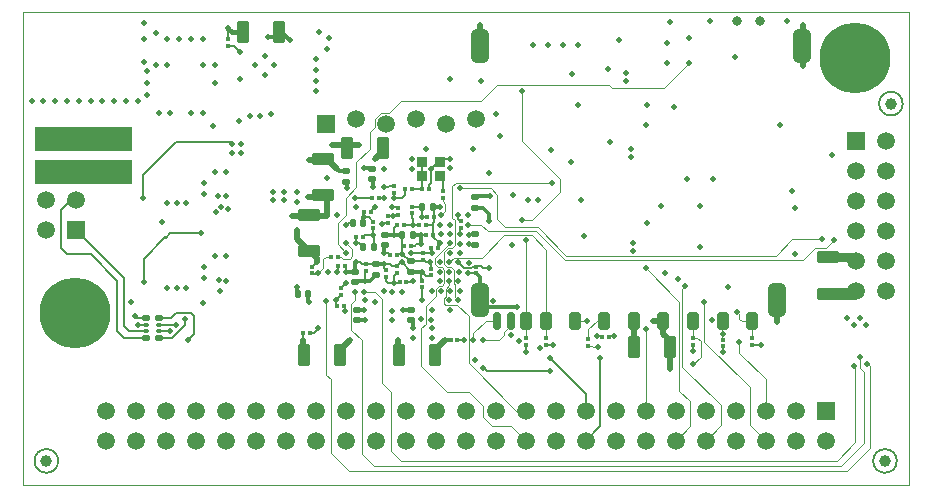
<source format=gbl>
%FSLAX44Y44*%
%MOMM*%
G71*
G01*
G75*
G04 Layer_Physical_Order=6*
G04 Layer_Color=16711680*
%ADD10C,0.1500*%
%ADD11C,1.0000*%
%ADD12O,1.0500X2.2000*%
G04:AMPARAMS|DCode=13|XSize=0.6mm|YSize=0.5mm|CornerRadius=0.05mm|HoleSize=0mm|Usage=FLASHONLY|Rotation=0.000|XOffset=0mm|YOffset=0mm|HoleType=Round|Shape=RoundedRectangle|*
%AMROUNDEDRECTD13*
21,1,0.6000,0.4000,0,0,0.0*
21,1,0.5000,0.5000,0,0,0.0*
1,1,0.1000,0.2500,-0.2000*
1,1,0.1000,-0.2500,-0.2000*
1,1,0.1000,-0.2500,0.2000*
1,1,0.1000,0.2500,0.2000*
%
%ADD13ROUNDEDRECTD13*%
G04:AMPARAMS|DCode=14|XSize=0.45mm|YSize=0.65mm|CornerRadius=0.1125mm|HoleSize=0mm|Usage=FLASHONLY|Rotation=180.000|XOffset=0mm|YOffset=0mm|HoleType=Round|Shape=RoundedRectangle|*
%AMROUNDEDRECTD14*
21,1,0.4500,0.4250,0,0,180.0*
21,1,0.2250,0.6500,0,0,180.0*
1,1,0.2250,-0.1125,0.2125*
1,1,0.2250,0.1125,0.2125*
1,1,0.2250,0.1125,-0.2125*
1,1,0.2250,-0.1125,-0.2125*
%
%ADD14ROUNDEDRECTD14*%
%ADD15O,0.3000X0.6500*%
G04:AMPARAMS|DCode=16|XSize=0.4mm|YSize=0.37mm|CornerRadius=0.037mm|HoleSize=0mm|Usage=FLASHONLY|Rotation=90.000|XOffset=0mm|YOffset=0mm|HoleType=Round|Shape=RoundedRectangle|*
%AMROUNDEDRECTD16*
21,1,0.4000,0.2960,0,0,90.0*
21,1,0.3260,0.3700,0,0,90.0*
1,1,0.0740,0.1480,0.1630*
1,1,0.0740,0.1480,-0.1630*
1,1,0.0740,-0.1480,-0.1630*
1,1,0.0740,-0.1480,0.1630*
%
%ADD16ROUNDEDRECTD16*%
G04:AMPARAMS|DCode=17|XSize=0.6mm|YSize=0.5mm|CornerRadius=0.05mm|HoleSize=0mm|Usage=FLASHONLY|Rotation=270.000|XOffset=0mm|YOffset=0mm|HoleType=Round|Shape=RoundedRectangle|*
%AMROUNDEDRECTD17*
21,1,0.6000,0.4000,0,0,270.0*
21,1,0.5000,0.5000,0,0,270.0*
1,1,0.1000,-0.2000,-0.2500*
1,1,0.1000,-0.2000,0.2500*
1,1,0.1000,0.2000,0.2500*
1,1,0.1000,0.2000,-0.2500*
%
%ADD17ROUNDEDRECTD17*%
G04:AMPARAMS|DCode=18|XSize=0.4mm|YSize=0.37mm|CornerRadius=0.037mm|HoleSize=0mm|Usage=FLASHONLY|Rotation=180.000|XOffset=0mm|YOffset=0mm|HoleType=Round|Shape=RoundedRectangle|*
%AMROUNDEDRECTD18*
21,1,0.4000,0.2960,0,0,180.0*
21,1,0.3260,0.3700,0,0,180.0*
1,1,0.0740,-0.1630,0.1480*
1,1,0.0740,0.1630,0.1480*
1,1,0.0740,0.1630,-0.1480*
1,1,0.0740,-0.1630,-0.1480*
%
%ADD18ROUNDEDRECTD18*%
G04:AMPARAMS|DCode=19|XSize=0.5mm|YSize=0.62mm|CornerRadius=0.1mm|HoleSize=0mm|Usage=FLASHONLY|Rotation=90.000|XOffset=0mm|YOffset=0mm|HoleType=Round|Shape=RoundedRectangle|*
%AMROUNDEDRECTD19*
21,1,0.5000,0.4200,0,0,90.0*
21,1,0.3000,0.6200,0,0,90.0*
1,1,0.2000,0.2100,0.1500*
1,1,0.2000,0.2100,-0.1500*
1,1,0.2000,-0.2100,-0.1500*
1,1,0.2000,-0.2100,0.1500*
%
%ADD19ROUNDEDRECTD19*%
G04:AMPARAMS|DCode=20|XSize=0.5mm|YSize=0.62mm|CornerRadius=0.1mm|HoleSize=0mm|Usage=FLASHONLY|Rotation=180.000|XOffset=0mm|YOffset=0mm|HoleType=Round|Shape=RoundedRectangle|*
%AMROUNDEDRECTD20*
21,1,0.5000,0.4200,0,0,180.0*
21,1,0.3000,0.6200,0,0,180.0*
1,1,0.2000,-0.1500,0.2100*
1,1,0.2000,0.1500,0.2100*
1,1,0.2000,0.1500,-0.2100*
1,1,0.2000,-0.1500,-0.2100*
%
%ADD20ROUNDEDRECTD20*%
G04:AMPARAMS|DCode=21|XSize=1mm|YSize=0.7mm|CornerRadius=0.1155mm|HoleSize=0mm|Usage=FLASHONLY|Rotation=90.000|XOffset=0mm|YOffset=0mm|HoleType=Round|Shape=RoundedRectangle|*
%AMROUNDEDRECTD21*
21,1,1.0000,0.4690,0,0,90.0*
21,1,0.7690,0.7000,0,0,90.0*
1,1,0.2310,0.2345,0.3845*
1,1,0.2310,0.2345,-0.3845*
1,1,0.2310,-0.2345,-0.3845*
1,1,0.2310,-0.2345,0.3845*
%
%ADD21ROUNDEDRECTD21*%
G04:AMPARAMS|DCode=22|XSize=1mm|YSize=0.7mm|CornerRadius=0.1155mm|HoleSize=0mm|Usage=FLASHONLY|Rotation=0.000|XOffset=0mm|YOffset=0mm|HoleType=Round|Shape=RoundedRectangle|*
%AMROUNDEDRECTD22*
21,1,1.0000,0.4690,0,0,0.0*
21,1,0.7690,0.7000,0,0,0.0*
1,1,0.2310,0.3845,-0.2345*
1,1,0.2310,-0.3845,-0.2345*
1,1,0.2310,-0.3845,0.2345*
1,1,0.2310,0.3845,0.2345*
%
%ADD22ROUNDEDRECTD22*%
G04:AMPARAMS|DCode=23|XSize=1.1mm|YSize=1.1mm|CornerRadius=0.1815mm|HoleSize=0mm|Usage=FLASHONLY|Rotation=90.000|XOffset=0mm|YOffset=0mm|HoleType=Round|Shape=RoundedRectangle|*
%AMROUNDEDRECTD23*
21,1,1.1000,0.7370,0,0,90.0*
21,1,0.7370,1.1000,0,0,90.0*
1,1,0.3630,0.3685,0.3685*
1,1,0.3630,0.3685,-0.3685*
1,1,0.3630,-0.3685,-0.3685*
1,1,0.3630,-0.3685,0.3685*
%
%ADD23ROUNDEDRECTD23*%
%ADD24O,1.0500X0.6000*%
G04:AMPARAMS|DCode=25|XSize=0.8mm|YSize=1.5mm|CornerRadius=0.2mm|HoleSize=0mm|Usage=FLASHONLY|Rotation=0.000|XOffset=0mm|YOffset=0mm|HoleType=Round|Shape=RoundedRectangle|*
%AMROUNDEDRECTD25*
21,1,0.8000,1.1000,0,0,0.0*
21,1,0.4000,1.5000,0,0,0.0*
1,1,0.4000,0.2000,-0.5500*
1,1,0.4000,-0.2000,-0.5500*
1,1,0.4000,-0.2000,0.5500*
1,1,0.4000,0.2000,0.5500*
%
%ADD25ROUNDEDRECTD25*%
G04:AMPARAMS|DCode=26|XSize=1.45mm|YSize=0.9mm|CornerRadius=0.225mm|HoleSize=0mm|Usage=FLASHONLY|Rotation=0.000|XOffset=0mm|YOffset=0mm|HoleType=Round|Shape=RoundedRectangle|*
%AMROUNDEDRECTD26*
21,1,1.4500,0.4500,0,0,0.0*
21,1,1.0000,0.9000,0,0,0.0*
1,1,0.4500,0.5000,-0.2250*
1,1,0.4500,-0.5000,-0.2250*
1,1,0.4500,-0.5000,0.2250*
1,1,0.4500,0.5000,0.2250*
%
%ADD26ROUNDEDRECTD26*%
G04:AMPARAMS|DCode=27|XSize=1.45mm|YSize=2mm|CornerRadius=0.3625mm|HoleSize=0mm|Usage=FLASHONLY|Rotation=0.000|XOffset=0mm|YOffset=0mm|HoleType=Round|Shape=RoundedRectangle|*
%AMROUNDEDRECTD27*
21,1,1.4500,1.2750,0,0,0.0*
21,1,0.7250,2.0000,0,0,0.0*
1,1,0.7250,0.3625,-0.6375*
1,1,0.7250,-0.3625,-0.6375*
1,1,0.7250,-0.3625,0.6375*
1,1,0.7250,0.3625,0.6375*
%
%ADD27ROUNDEDRECTD27*%
%ADD28O,0.7600X1.6000*%
%ADD29C,0.3500*%
%ADD30C,0.4000*%
G04:AMPARAMS|DCode=31|XSize=0.3mm|YSize=0.6mm|CornerRadius=0.0495mm|HoleSize=0mm|Usage=FLASHONLY|Rotation=0.000|XOffset=0mm|YOffset=0mm|HoleType=Round|Shape=RoundedRectangle|*
%AMROUNDEDRECTD31*
21,1,0.3000,0.5010,0,0,0.0*
21,1,0.2010,0.6000,0,0,0.0*
1,1,0.0990,0.1005,-0.2505*
1,1,0.0990,-0.1005,-0.2505*
1,1,0.0990,-0.1005,0.2505*
1,1,0.0990,0.1005,0.2505*
%
%ADD31ROUNDEDRECTD31*%
G04:AMPARAMS|DCode=32|XSize=0.3mm|YSize=0.6mm|CornerRadius=0.0495mm|HoleSize=0mm|Usage=FLASHONLY|Rotation=270.000|XOffset=0mm|YOffset=0mm|HoleType=Round|Shape=RoundedRectangle|*
%AMROUNDEDRECTD32*
21,1,0.3000,0.5010,0,0,270.0*
21,1,0.2010,0.6000,0,0,270.0*
1,1,0.0990,-0.2505,-0.1005*
1,1,0.0990,-0.2505,0.1005*
1,1,0.0990,0.2505,0.1005*
1,1,0.0990,0.2505,-0.1005*
%
%ADD32ROUNDEDRECTD32*%
%ADD33R,2.2500X0.9000*%
%ADD34R,0.7400X0.5400*%
%ADD35R,0.9000X1.0000*%
%ADD36R,0.6500X1.2000*%
G04:AMPARAMS|DCode=37|XSize=1.82mm|YSize=1.07mm|CornerRadius=0.107mm|HoleSize=0mm|Usage=FLASHONLY|Rotation=180.000|XOffset=0mm|YOffset=0mm|HoleType=Round|Shape=RoundedRectangle|*
%AMROUNDEDRECTD37*
21,1,1.8200,0.8560,0,0,180.0*
21,1,1.6060,1.0700,0,0,180.0*
1,1,0.2140,-0.8030,0.4280*
1,1,0.2140,0.8030,0.4280*
1,1,0.2140,0.8030,-0.4280*
1,1,0.2140,-0.8030,-0.4280*
%
%ADD37ROUNDEDRECTD37*%
%ADD38R,1.0000X2.0000*%
%ADD39R,2.8000X0.8000*%
%ADD40C,2.0000*%
%ADD41C,0.2000*%
%ADD42C,0.3000*%
%ADD43C,0.1000*%
%ADD44C,0.3810*%
%ADD45C,0.5000*%
%ADD46C,0.4000*%
%ADD47R,1.5000X1.5000*%
%ADD48C,1.5000*%
%ADD49R,1.5000X1.5000*%
%ADD50C,0.8000*%
%ADD51C,6.0000*%
%ADD52C,0.5000*%
G04:AMPARAMS|DCode=53|XSize=1.82mm|YSize=1.07mm|CornerRadius=0.107mm|HoleSize=0mm|Usage=FLASHONLY|Rotation=270.000|XOffset=0mm|YOffset=0mm|HoleType=Round|Shape=RoundedRectangle|*
%AMROUNDEDRECTD53*
21,1,1.8200,0.8560,0,0,270.0*
21,1,1.6060,1.0700,0,0,270.0*
1,1,0.2140,-0.4280,-0.8030*
1,1,0.2140,-0.4280,0.8030*
1,1,0.2140,0.4280,0.8030*
1,1,0.2140,0.4280,-0.8030*
%
%ADD53ROUNDEDRECTD53*%
G04:AMPARAMS|DCode=54|XSize=1.5mm|YSize=2.8mm|CornerRadius=0.375mm|HoleSize=0mm|Usage=FLASHONLY|Rotation=0.000|XOffset=0mm|YOffset=0mm|HoleType=Round|Shape=RoundedRectangle|*
%AMROUNDEDRECTD54*
21,1,1.5000,2.0500,0,0,0.0*
21,1,0.7500,2.8000,0,0,0.0*
1,1,0.7500,0.3750,-1.0250*
1,1,0.7500,-0.3750,-1.0250*
1,1,0.7500,-0.3750,1.0250*
1,1,0.7500,0.3750,1.0250*
%
%ADD54ROUNDEDRECTD54*%
G04:AMPARAMS|DCode=55|XSize=1mm|YSize=1.5mm|CornerRadius=0.25mm|HoleSize=0mm|Usage=FLASHONLY|Rotation=0.000|XOffset=0mm|YOffset=0mm|HoleType=Round|Shape=RoundedRectangle|*
%AMROUNDEDRECTD55*
21,1,1.0000,1.0000,0,0,0.0*
21,1,0.5000,1.5000,0,0,0.0*
1,1,0.5000,0.2500,-0.5000*
1,1,0.5000,-0.2500,-0.5000*
1,1,0.5000,-0.2500,0.5000*
1,1,0.5000,0.2500,0.5000*
%
%ADD55ROUNDEDRECTD55*%
G04:AMPARAMS|DCode=56|XSize=0.7mm|YSize=1.5mm|CornerRadius=0.175mm|HoleSize=0mm|Usage=FLASHONLY|Rotation=0.000|XOffset=0mm|YOffset=0mm|HoleType=Round|Shape=RoundedRectangle|*
%AMROUNDEDRECTD56*
21,1,0.7000,1.1500,0,0,0.0*
21,1,0.3500,1.5000,0,0,0.0*
1,1,0.3500,0.1750,-0.5750*
1,1,0.3500,-0.1750,-0.5750*
1,1,0.3500,-0.1750,0.5750*
1,1,0.3500,0.1750,0.5750*
%
%ADD56ROUNDEDRECTD56*%
G04:AMPARAMS|DCode=57|XSize=0.9mm|YSize=0.8mm|CornerRadius=0.08mm|HoleSize=0mm|Usage=FLASHONLY|Rotation=0.000|XOffset=0mm|YOffset=0mm|HoleType=Round|Shape=RoundedRectangle|*
%AMROUNDEDRECTD57*
21,1,0.9000,0.6400,0,0,0.0*
21,1,0.7400,0.8000,0,0,0.0*
1,1,0.1600,0.3700,-0.3200*
1,1,0.1600,-0.3700,-0.3200*
1,1,0.1600,-0.3700,0.3200*
1,1,0.1600,0.3700,0.3200*
%
%ADD57ROUNDEDRECTD57*%
G04:AMPARAMS|DCode=58|XSize=0.45mm|YSize=0.65mm|CornerRadius=0.1125mm|HoleSize=0mm|Usage=FLASHONLY|Rotation=270.000|XOffset=0mm|YOffset=0mm|HoleType=Round|Shape=RoundedRectangle|*
%AMROUNDEDRECTD58*
21,1,0.4500,0.4250,0,0,270.0*
21,1,0.2250,0.6500,0,0,270.0*
1,1,0.2250,-0.2125,-0.1125*
1,1,0.2250,-0.2125,0.1125*
1,1,0.2250,0.2125,0.1125*
1,1,0.2250,0.2125,-0.1125*
%
%ADD58ROUNDEDRECTD58*%
%ADD59O,0.6500X0.3000*%
%ADD60C,1.0000*%
%ADD61C,0.7500*%
G36*
X92465Y275000D02*
X92465Y254635D01*
X9965Y254635D01*
X9965Y275000D01*
X92465Y275000D01*
D02*
G37*
G36*
X92500Y302500D02*
Y282500D01*
X10000Y282500D01*
Y302500D01*
X92500Y302500D01*
D02*
G37*
D10*
X740000Y20000D02*
G03*
X740000Y20000I-10000J0D01*
G01*
X30000D02*
G03*
X30000Y20000I-10000J0D01*
G01*
X745000Y322500D02*
G03*
X745000Y322500I-10000J0D01*
G01*
X383931Y184673D02*
X388352D01*
X383586Y184328D02*
X383931Y184673D01*
X336854Y210974D02*
X340850D01*
X341140Y211264D01*
X389473Y183552D02*
X394421D01*
X388352Y184673D02*
X389473Y183552D01*
X380613Y184328D02*
X383586D01*
X379589Y183304D02*
X380613Y184328D01*
X373721Y183304D02*
X379589D01*
X368874Y188151D02*
X373721Y183304D01*
D11*
X730000Y20000D02*
D03*
X20000D02*
D03*
X735000Y322500D02*
D03*
D13*
X306724Y202421D02*
D03*
Y211421D02*
D03*
X281657Y180381D02*
D03*
Y171381D02*
D03*
X299081Y186605D02*
D03*
Y177605D02*
D03*
X295665Y267546D02*
D03*
Y258546D02*
D03*
X273315Y256095D02*
D03*
Y265095D02*
D03*
X329024Y180281D02*
D03*
Y189281D02*
D03*
X383159Y212031D02*
D03*
Y203030D02*
D03*
X383076Y243520D02*
D03*
Y234520D02*
D03*
X283067Y138970D02*
D03*
Y147970D02*
D03*
X328912Y148065D02*
D03*
Y139065D02*
D03*
D16*
X323734Y250219D02*
D03*
X329434D02*
D03*
X301337Y243034D02*
D03*
X295637D02*
D03*
X345713Y200558D02*
D03*
X351413D02*
D03*
X335797Y219589D02*
D03*
X341497D02*
D03*
X317066Y219811D02*
D03*
X322766D02*
D03*
X288074Y210023D02*
D03*
X282374D02*
D03*
X266773Y185084D02*
D03*
X272473D02*
D03*
X316502Y194713D02*
D03*
X310802D02*
D03*
X294622Y231114D02*
D03*
X288922D02*
D03*
X346940Y211264D02*
D03*
X341240D02*
D03*
X344066Y250219D02*
D03*
X338366D02*
D03*
X496111Y125000D02*
D03*
X490411D02*
D03*
X266574Y193087D02*
D03*
X260874D02*
D03*
X347837Y226719D02*
D03*
X342137D02*
D03*
X322777Y202402D02*
D03*
X328477D02*
D03*
X243287Y127940D02*
D03*
X237587D02*
D03*
X265937Y151496D02*
D03*
X271637D02*
D03*
X319058Y171745D02*
D03*
X324758D02*
D03*
X362150Y122500D02*
D03*
X367850D02*
D03*
D17*
X288003Y201335D02*
D03*
X297003D02*
D03*
X330392Y210977D02*
D03*
X321392D02*
D03*
X288219Y221169D02*
D03*
X279219D02*
D03*
X337904Y235307D02*
D03*
X346904D02*
D03*
X241649Y160990D02*
D03*
X232649D02*
D03*
D18*
X174000Y376850D02*
D03*
Y371150D02*
D03*
X313887Y246997D02*
D03*
Y252697D02*
D03*
X338831Y189980D02*
D03*
Y195680D02*
D03*
X308956Y227382D02*
D03*
Y221682D02*
D03*
X317026Y179451D02*
D03*
Y185151D02*
D03*
X307675Y175887D02*
D03*
Y181587D02*
D03*
X318042Y228554D02*
D03*
Y234254D02*
D03*
X345829Y182777D02*
D03*
Y177077D02*
D03*
X290521Y181001D02*
D03*
Y186701D02*
D03*
X355832Y248680D02*
D03*
Y242980D02*
D03*
X329296Y235251D02*
D03*
Y229551D02*
D03*
X296908Y216886D02*
D03*
Y222586D02*
D03*
X338335Y166871D02*
D03*
Y172571D02*
D03*
X592471Y117032D02*
D03*
Y122732D02*
D03*
X567753Y118290D02*
D03*
Y123990D02*
D03*
X443329Y118290D02*
D03*
Y123990D02*
D03*
X426353Y118290D02*
D03*
Y123990D02*
D03*
X617494Y118290D02*
D03*
Y123990D02*
D03*
X478921Y117309D02*
D03*
Y123009D02*
D03*
X383931Y178873D02*
D03*
Y184573D02*
D03*
X370691Y217563D02*
D03*
Y223263D02*
D03*
X269725Y160736D02*
D03*
Y166436D02*
D03*
X244919Y184468D02*
D03*
Y178768D02*
D03*
D37*
X77500Y264750D02*
D03*
Y295250D02*
D03*
X682000Y192250D02*
D03*
Y161750D02*
D03*
X254100Y275425D02*
D03*
Y244925D02*
D03*
X242272Y197462D02*
D03*
Y227962D02*
D03*
D41*
X178850Y371150D02*
X184000Y366000D01*
X174000Y371150D02*
X178850D01*
X173500Y386500D02*
X174000Y386000D01*
Y376850D02*
Y386000D01*
X617493Y118189D02*
X625000D01*
X443328D02*
X448945D01*
X378348Y212131D02*
X383163D01*
X377571Y211354D02*
X378348Y212131D01*
X244919Y178668D02*
X249785D01*
X393000Y96000D02*
X446000D01*
X390000Y99000D02*
X393000Y96000D01*
X376593Y178773D02*
X383931D01*
X120914Y209000D02*
X124914Y213000D01*
X151000D01*
X120732Y209182D02*
X120914Y209000D01*
X446000Y107000D02*
X476603Y76397D01*
Y62700D02*
Y76397D01*
X489000Y49697D02*
Y107000D01*
X476603Y37300D02*
X489000Y49697D01*
X357472Y122604D02*
X357573Y122704D01*
X367954Y122604D02*
X373473D01*
X95000Y142500D02*
X96750Y140750D01*
X104500D01*
X97500Y135000D02*
X104500D01*
X90000Y130000D02*
X104500D01*
X85750Y124250D02*
X104500D01*
X85490Y134510D02*
X90000Y130000D01*
X85490Y134510D02*
Y174610D01*
X80000Y130000D02*
X85750Y124250D01*
X80000Y130000D02*
Y172500D01*
X57500Y195000D02*
X80000Y172500D01*
X37500Y195000D02*
X57500D01*
X32500Y200000D02*
X37500Y195000D01*
X32500Y200000D02*
Y232500D01*
X44900Y215200D02*
X85490Y174610D01*
X40600Y240600D02*
X44900D01*
X32500Y232500D02*
X40600Y240600D01*
X140000Y122500D02*
X145000Y127500D01*
Y142500D01*
X142500Y145000D02*
X145000Y142500D01*
X130000Y145000D02*
X142500D01*
X125750Y140750D02*
X130000Y145000D01*
X115500Y140750D02*
X125750D01*
X115500Y135000D02*
X130000D01*
X115500Y130000D02*
X125000D01*
X137500Y135000D02*
Y140000D01*
X126750Y124250D02*
X137500Y135000D01*
X115500Y124250D02*
X126750D01*
X175904Y290000D02*
X177420Y288484D01*
X102102Y262316D02*
X129785Y290000D01*
X175904D01*
X307675Y172582D02*
Y175887D01*
Y172582D02*
X309303Y170954D01*
X314071D01*
X306075Y183187D02*
X307675Y181587D01*
X338266Y250219D02*
Y261152D01*
X338313Y261199D02*
Y273199D01*
X338266Y261152D02*
X338313Y261199D01*
X297102Y210202D02*
X297364Y210464D01*
X296908Y210988D02*
Y216786D01*
X288320Y226500D02*
Y230612D01*
Y226500D02*
X293094D01*
X296908Y222686D01*
X338071Y156151D02*
Y166507D01*
X338335Y166771D01*
X337114Y179194D02*
X337350Y178958D01*
Y174920D02*
Y178958D01*
Y174920D02*
X338335Y173934D01*
Y172671D02*
Y173934D01*
X341244Y176977D02*
X345829D01*
X338071Y180151D02*
X341244Y176977D01*
X322865Y219811D02*
X329731D01*
X314071Y210954D02*
Y216916D01*
X316966Y219811D01*
X282071Y204151D02*
X285090D01*
X287902Y201339D01*
X297102D02*
Y210202D01*
X289106Y210954D02*
X296874D01*
X288174Y210023D02*
X289106Y210954D01*
X282274Y204354D02*
Y210023D01*
X282071Y204151D02*
X282274Y204354D01*
X241749Y160987D02*
X242953Y162190D01*
X274071Y180151D02*
Y183586D01*
X272573Y185084D02*
X274071Y183586D01*
X266071Y180151D02*
X266673Y180753D01*
Y185084D01*
X290071Y172151D02*
Y180451D01*
X290521Y180901D01*
X298889Y186801D02*
X298984Y186706D01*
X287174Y186801D02*
X298889D01*
X281873Y188052D02*
X285923D01*
X287174Y186801D01*
X306075Y186950D02*
X311196D01*
X312894Y185251D01*
X317026D01*
X321473Y195552D02*
Y210794D01*
X316602Y194713D02*
X317441Y195552D01*
X321473D01*
X306071Y196151D02*
X309264D01*
X310702Y194713D01*
X321293Y210974D02*
X321473Y210794D01*
X333256Y203968D02*
X336900D01*
X331690Y202402D02*
X333256Y203968D01*
X328577Y202402D02*
X331690D01*
X345702Y187323D02*
X345829Y187195D01*
Y182877D02*
Y187195D01*
X320874Y188151D02*
X321051D01*
X329021Y180180D01*
X338332Y189380D02*
X338831Y189880D01*
X327644Y189380D02*
X338332D01*
X321473Y195552D02*
X327644Y189380D01*
X328874Y196151D02*
X329245Y195780D01*
X338831D01*
X317026Y185251D02*
X319925Y188151D01*
X320874D01*
X314071Y176396D02*
X317026Y179351D01*
X341497Y219589D02*
X347040D01*
X347937Y226719D02*
X348176Y226479D01*
Y222691D02*
Y226479D01*
X347040Y221555D02*
X348176Y222691D01*
X347040Y209985D02*
Y221555D01*
X312874Y234954D02*
X317441D01*
X313374Y227654D02*
X314174Y228454D01*
X318042D01*
X312895Y227175D02*
X313374Y227654D01*
X308946Y227175D02*
X312895D01*
X304474Y220551D02*
X305199Y221275D01*
X308946D01*
X294722Y231606D02*
X298071Y234954D01*
X294722Y231114D02*
Y231606D01*
X288320Y230612D02*
X288822Y231114D01*
X275086Y221166D02*
X279120D01*
X274071Y220151D02*
X275086Y221166D01*
X347040Y209985D02*
X352874Y204151D01*
X335235Y220151D02*
X335797Y219589D01*
X330071Y220151D02*
X335235D01*
X351413Y202689D02*
X352874Y204151D01*
X351413Y200558D02*
Y202689D01*
X345713Y196508D02*
Y200558D01*
Y196508D02*
X346071Y196151D01*
X339345Y195867D02*
X345787D01*
X339345Y189967D02*
X341161Y188151D01*
X344874D01*
X305541Y251567D02*
X305579Y251529D01*
X309512D01*
X310680Y252697D01*
X313887D01*
Y246997D02*
X314071Y246813D01*
Y242954D02*
Y246813D01*
X280874Y242954D02*
X280954Y243034D01*
X295637D01*
X301337D02*
X301417Y242954D01*
X306071D01*
X330071Y220151D02*
X330135Y220215D01*
Y224911D01*
X329296Y225750D02*
X330135Y224911D01*
X329296Y225750D02*
Y229451D01*
Y235351D02*
X329337Y235310D01*
X337803D01*
Y227222D02*
Y235310D01*
Y227222D02*
X338071Y226954D01*
X341801D01*
X342037Y226719D01*
X347359Y234954D02*
X347937Y234376D01*
X347003Y235310D02*
X347359Y234954D01*
X347937Y226719D02*
Y234376D01*
X376574Y178754D02*
X376593Y178773D01*
X377771Y203254D02*
X378093Y202931D01*
X383163D01*
X370071Y216842D02*
X370691Y217463D01*
X370071Y212151D02*
Y216842D01*
X368874Y225179D02*
Y228151D01*
Y225179D02*
X370691Y223363D01*
X448945Y118189D02*
X448974Y118219D01*
X426352Y112522D02*
X426523Y112351D01*
X426352Y112522D02*
Y118189D01*
X489942Y125369D02*
X490311Y125000D01*
X485875Y125369D02*
X489942D01*
X496211Y125000D02*
X496600Y125388D01*
X500729D01*
X353313Y261199D02*
X355833Y258678D01*
Y248781D02*
Y258678D01*
X314071Y242954D02*
X321102D01*
X323634Y245486D01*
Y250219D01*
X344166Y250219D02*
Y254030D01*
X345813Y255677D01*
Y267199D01*
X329534Y250219D02*
X338266D01*
X329534Y250219D02*
X329534Y250219D01*
X355537Y275423D02*
X361364D01*
X353313Y273199D02*
X355537Y275423D01*
X351813Y273199D02*
X353313D01*
X345813Y267199D02*
X351813Y273199D01*
X592471Y111978D02*
X592554Y111895D01*
X592471Y111978D02*
Y116531D01*
X567750Y112962D02*
Y118187D01*
X567752Y118189D01*
X322071Y148151D02*
X322086Y148165D01*
X328915Y138966D02*
X330071Y137810D01*
X306071Y186954D02*
X306075Y186950D01*
Y183187D02*
Y186950D01*
X314071Y170954D02*
Y176396D01*
X329665Y171745D02*
X330071Y172151D01*
X324858Y171745D02*
X329665D01*
X318167Y170954D02*
X318958Y171745D01*
X314071Y170954D02*
X318167D01*
X245292Y184568D02*
X248828Y188104D01*
X244919Y184568D02*
X245292D01*
X249785Y178668D02*
X250021Y178904D01*
X264874Y156151D02*
X265240D01*
X269725Y160636D01*
X274071Y170882D02*
Y170954D01*
X269725Y166536D02*
X274071Y170882D01*
X250071Y131497D02*
Y132151D01*
X246513Y127940D02*
X250071Y131497D01*
X243387Y127940D02*
X246513D01*
X237472Y122604D02*
Y127925D01*
X237487Y127940D01*
X271737Y151496D02*
X272874Y150359D01*
Y146954D02*
Y150359D01*
X264874Y152459D02*
X265837Y151496D01*
X264874Y152459D02*
Y156151D01*
X102303Y190754D02*
X120732Y209182D01*
X102303Y171221D02*
Y190754D01*
X102102Y242784D02*
Y262316D01*
D42*
X283064Y138869D02*
X283149Y138954D01*
X383931Y178873D02*
X387159Y175645D01*
Y156678D02*
Y175645D01*
X393706Y150130D02*
X417918D01*
X418222Y150434D01*
X213250Y379000D02*
X217250Y383000D01*
X208000Y379000D02*
X213250D01*
X219000Y383000D02*
X226000Y376000D01*
X217250Y383000D02*
X219000D01*
X290071Y172151D02*
X293626D01*
X299081Y177605D01*
X357576Y122500D02*
X362150D01*
X266071Y266954D02*
X267831Y265194D01*
X273312D01*
Y255994D02*
X274303Y255003D01*
Y250722D02*
Y255003D01*
X274071Y179772D02*
X281551D01*
X281660Y170682D02*
X283129Y172151D01*
X290071D01*
X281660Y187840D02*
X281873Y188052D01*
X281660Y179882D02*
Y187840D01*
X281551Y179772D02*
X281660Y179882D01*
X298984Y186706D02*
X299232Y186954D01*
X306071D01*
X308573Y210954D02*
X314071D01*
X306071Y201120D02*
Y201494D01*
Y196151D02*
Y201120D01*
Y201494D02*
X307837Y203261D01*
X336874Y203994D02*
X336900Y203968D01*
X336874Y203994D02*
Y210954D01*
X329021Y180180D02*
X329051Y180151D01*
X338071D01*
X314071Y210954D02*
X314091Y210974D01*
X321293D01*
X336854Y210954D02*
X336874D01*
X330513D02*
X336854D01*
X330493Y210974D02*
X330513Y210954D01*
X288320Y226500D02*
X288571Y226751D01*
X288320Y221166D02*
Y226500D01*
X296874Y252151D02*
Y257240D01*
X295668Y258446D02*
X296874Y257240D01*
X288874Y268151D02*
X289378Y267646D01*
X295668D01*
X347359Y234954D02*
X352874D01*
X394421Y223552D02*
Y229378D01*
X389378Y234421D02*
X394421Y229378D01*
X383080Y234421D02*
X389378D01*
X383410Y243951D02*
X395485D01*
X383080Y243621D02*
X383410Y243951D01*
X322086Y148165D02*
X328915D01*
X330071Y132151D02*
Y137810D01*
X283149Y138954D02*
X290071D01*
X288793Y148069D02*
X288874Y148151D01*
X283064Y148069D02*
X288793D01*
X232524Y161012D02*
X232549Y160987D01*
X232524Y161012D02*
Y167552D01*
X241749Y155275D02*
Y160987D01*
Y155275D02*
X242071Y154954D01*
D43*
X703500Y100500D02*
X705000Y99000D01*
Y36000D02*
Y99000D01*
X708500Y108000D02*
Y109000D01*
Y98500D02*
Y108000D01*
Y98500D02*
X712000Y95000D01*
X715000Y102000D02*
X717000Y100000D01*
X689000Y20000D02*
X705000Y36000D01*
X320000Y20000D02*
X689000D01*
X312000Y28000D02*
X320000Y20000D01*
X312000Y28000D02*
Y78000D01*
X304000Y86000D02*
X312000Y78000D01*
X304000Y86000D02*
Y157000D01*
X298000Y163000D02*
X304000Y157000D01*
X289000Y163000D02*
X298000D01*
X712000Y35000D02*
Y95000D01*
X693000Y16000D02*
X712000Y35000D01*
X297000Y16000D02*
X693000D01*
X287000Y26000D02*
X297000Y16000D01*
X278000Y131000D02*
X287000Y122000D01*
Y26000D02*
Y122000D01*
X278000Y131000D02*
Y153000D01*
X281000Y156000D01*
Y163000D01*
X717000Y31000D02*
Y100000D01*
X697900Y11900D02*
X717000Y31000D01*
X276100Y11900D02*
X697900D01*
X261000Y27000D02*
X276100Y11900D01*
X261000Y27000D02*
Y89000D01*
X256920Y93080D02*
X261000Y89000D01*
X256920Y93080D02*
Y155000D01*
X651500Y207500D02*
X676500D01*
X680000Y200000D02*
X687250Y207250D01*
X671000Y200000D02*
X680000D01*
X459336Y190000D02*
X661000D01*
X671000Y200000D01*
X637497Y193497D02*
X651500Y207500D01*
X341000Y151000D02*
X350071Y160071D01*
X341000Y136000D02*
Y151000D01*
X337500Y132500D02*
X341000Y136000D01*
X350071Y160071D02*
Y165807D01*
X337500Y100000D02*
Y132500D01*
X422286Y290951D02*
Y333250D01*
Y290951D02*
X454842Y258395D01*
Y247728D02*
Y258395D01*
X431320Y224206D02*
X454842Y247728D01*
X422373Y224206D02*
X431320D01*
X408602Y217773D02*
X436062D01*
X401666Y224708D02*
X408602Y217773D01*
X401666Y224708D02*
Y245517D01*
X396228Y250954D02*
X401666Y245517D01*
X370071Y250954D02*
X396228D01*
X393926Y214455D02*
X434881D01*
X388230Y220151D02*
X393926Y214455D01*
X376874Y220151D02*
X388230D01*
X434881Y214455D02*
X459336Y190000D01*
X543092Y335880D02*
X564053Y356840D01*
X498603Y335880D02*
X543092D01*
X496049Y338434D02*
X498603Y335880D01*
X401158Y338434D02*
X496049D01*
X266866Y203355D02*
X274071Y196151D01*
X293628Y284435D02*
Y298207D01*
X282169Y272976D02*
X293628Y284435D01*
X282169Y251558D02*
Y272976D01*
X273322Y242711D02*
X282169Y251558D01*
X273322Y228103D02*
Y242711D01*
X266866Y221647D02*
X273322Y228103D01*
X266866Y203355D02*
Y221647D01*
X256348Y193087D02*
X260874D01*
X254216Y190956D02*
X256348Y193087D01*
X266574D02*
X269172D01*
X271271Y190988D01*
X276945D01*
X279158Y193201D01*
Y199063D01*
X274071Y204151D02*
X279158Y199063D01*
X296908Y210988D02*
X297808Y211888D01*
X296874Y210954D02*
X296908Y210988D01*
X258071Y180151D02*
X258578Y179643D01*
X254216Y183099D02*
Y190956D01*
X250071Y178954D02*
X254216Y183099D01*
X336854Y210954D02*
Y210974D01*
Y210225D02*
Y210954D01*
X407795Y211459D02*
X430722D01*
X388486Y192151D02*
X407795Y211459D01*
X364874Y192151D02*
X388486D01*
X363762Y226061D02*
X366071Y223752D01*
X487076Y116109D02*
X487147Y116181D01*
X482826Y116109D02*
X487076D01*
X481728Y117208D02*
X482826Y116109D01*
X478920Y117208D02*
X481728D01*
X478920Y123108D02*
Y131523D01*
X486075Y138678D01*
X492459D01*
X357823Y231903D02*
Y237699D01*
X355833Y239690D02*
X357823Y237699D01*
X355833Y239690D02*
Y242881D01*
X567727Y101935D02*
X573883Y108090D01*
Y121449D01*
X571243Y124089D02*
X573883Y121449D01*
X567752Y124089D02*
X571243D01*
X527452Y183099D02*
X555997Y154555D01*
Y79324D02*
Y154555D01*
Y79324D02*
X564973Y70348D01*
X558446Y165469D02*
X560997Y168020D01*
X558446Y99527D02*
Y165469D01*
Y99527D02*
X590990Y66983D01*
X295855Y253169D02*
X296874Y252151D01*
X280453Y243375D02*
X280874Y242954D01*
X266071Y228151D02*
X267411Y229490D01*
X242071Y154954D02*
Y156779D01*
X248828Y188104D02*
X248874Y188151D01*
X250021Y178904D02*
X250071Y178954D01*
X290071Y138954D02*
X290711D01*
X288874Y148151D02*
X289382Y148658D01*
X344874Y188151D02*
X345702Y187323D01*
X345787Y195867D02*
X346071Y196151D01*
X296874Y210954D02*
X297364Y210464D01*
X274071Y180151D02*
X274587Y180667D01*
X274071Y179772D02*
Y180151D01*
X307639Y211888D02*
X308573Y210954D01*
X306071Y201120D02*
X307639Y202688D01*
X337114Y179194D02*
X338071Y180151D01*
X329731Y219811D02*
X330071Y220151D01*
X317441Y234954D02*
X318042Y234354D01*
X321272Y210954D02*
X321293Y210974D01*
X430722Y211459D02*
X443209Y198972D01*
X354071Y228151D02*
X357823Y231903D01*
X350071Y165807D02*
X352414Y168151D01*
X354531D01*
X356874Y170494D01*
Y181807D01*
X354531Y184151D02*
X356874Y181807D01*
X351217Y184151D02*
X354531D01*
X348874Y186494D02*
X351217Y184151D01*
X348874Y186494D02*
Y191439D01*
X361586Y204151D01*
X362071D01*
X356874Y153252D02*
X357975Y152151D01*
X356874Y153252D02*
Y157807D01*
X358071Y159004D01*
Y165807D01*
X360874Y168611D01*
Y172151D01*
X363728Y200151D02*
X366071Y202494D01*
X360414Y200151D02*
X363728D01*
X356874Y196611D02*
X360414Y200151D01*
X356874Y186494D02*
Y196611D01*
X366071Y158954D02*
X368874Y156151D01*
X366071Y158954D02*
Y169297D01*
X608597Y138678D02*
X617459D01*
X606805Y140470D02*
X608597Y138678D01*
X606805Y140470D02*
Y144066D01*
X604978Y145893D02*
X606805Y144066D01*
X567752Y124089D02*
Y138384D01*
X426209Y138678D02*
Y207068D01*
X606792Y111767D02*
X629003Y89556D01*
X606792Y111767D02*
Y120354D01*
X360874Y188151D02*
X364874Y192151D01*
X443209Y138678D02*
Y198972D01*
X629003Y62700D02*
Y89556D01*
X564973Y49470D02*
Y70348D01*
X552803Y37300D02*
X564973Y49470D01*
X578203Y37300D02*
X590990Y50087D01*
X615946Y50357D02*
X629003Y37300D01*
X615946Y50357D02*
Y82214D01*
X364874Y170494D02*
X366071Y169297D01*
X364874Y170494D02*
Y181807D01*
X362531Y184151D02*
X364874Y181807D01*
X359217Y184151D02*
X362531D01*
X356874Y186494D02*
X359217Y184151D01*
X366071Y202494D02*
Y211690D01*
X366071Y211690D01*
Y223752D01*
X492382Y138601D02*
X492459Y138678D01*
X592427Y138646D02*
X592459Y138678D01*
X567459D02*
X567752Y138384D01*
X617493Y124089D02*
Y138643D01*
X617459Y138678D02*
X617493Y138643D01*
X426352Y124089D02*
Y138534D01*
X426209Y138678D02*
X426352Y138534D01*
X443328Y124089D02*
Y138558D01*
X443209Y138678D02*
X443328Y138558D01*
X592427Y122431D02*
Y138646D01*
X467763Y138373D02*
X477602D01*
X467459Y138678D02*
X467763Y138373D01*
X527403Y62700D02*
Y131905D01*
X573031Y235633D02*
X573466Y235197D01*
X590990Y50087D02*
Y66983D01*
X577168Y120993D02*
Y154725D01*
Y120993D02*
X615946Y82214D01*
X363762Y226061D02*
Y252484D01*
X366747Y255469D01*
X447679D01*
X357975Y152151D02*
X367849D01*
X377500Y142500D01*
X377482Y124256D02*
X377500Y124274D01*
Y142500D01*
X417300Y62700D02*
X425803D01*
X377482Y102517D02*
X417300Y62700D01*
X377482Y102517D02*
Y124256D01*
X389473Y122604D02*
X403369D01*
X407500Y126735D01*
Y129259D01*
X413209Y134968D01*
Y138678D01*
X381473Y122604D02*
Y128095D01*
X392055Y138678D01*
X401209D01*
X337500Y100000D02*
X358897Y78603D01*
X377700D01*
X390000Y66303D01*
Y57500D02*
Y66303D01*
Y57500D02*
X397500Y50000D01*
X413103D01*
X425803Y37300D01*
X320421Y325000D02*
X387724D01*
X401158Y338434D01*
X293628Y298207D02*
X298310Y302889D01*
Y309224D01*
X303576Y314490D01*
X309911D01*
X320421Y325000D01*
X436062Y217773D02*
X460337Y193497D01*
X637497D01*
X0Y0D02*
Y399996D01*
Y0D02*
X750004D01*
Y399996D01*
X0D02*
X750004D01*
D44*
X174000Y386000D02*
X177000Y383000D01*
X186750D01*
X702850Y161750D02*
X705100Y164000D01*
D45*
X517172Y116824D02*
Y138391D01*
X237472Y111283D02*
X239138Y109618D01*
X347909Y113040D02*
X357472Y122604D01*
X19500Y291400D02*
X19535Y291365D01*
X387052Y371784D02*
X387159Y371678D01*
X387052Y371784D02*
Y388854D01*
X660159Y371678D02*
X660489Y371348D01*
Y354664D02*
Y371348D01*
X660195Y371979D02*
X661835Y373620D01*
X660159Y371943D02*
X660195Y371979D01*
Y388699D01*
Y371714D02*
Y371979D01*
X660159Y371678D02*
X660195Y371714D01*
X660159Y371678D02*
Y371943D01*
X638159Y137751D02*
X638198Y137712D01*
X638159Y137751D02*
Y156678D01*
X517172Y138391D02*
X517459Y138678D01*
X547672Y116824D02*
X547831Y116665D01*
Y97542D02*
Y116665D01*
X547672Y116824D02*
Y122282D01*
X542459Y127495D02*
X547672Y122282D01*
X542459Y127495D02*
Y138678D01*
X347909Y109300D02*
Y113040D01*
X317472Y110737D02*
X318909Y109300D01*
X317472Y110737D02*
Y122604D01*
X268138Y113269D02*
X277472Y122604D01*
X268138Y109618D02*
Y113269D01*
X237472Y111283D02*
Y122604D01*
X533891Y138678D02*
X542459D01*
X297973Y276052D02*
X304528Y282608D01*
Y287820D01*
X261472Y287579D02*
X275288D01*
X242350Y274675D02*
X258350D01*
X266071Y266954D01*
X242071Y274954D02*
X242350Y274675D01*
X232524Y207960D02*
Y215552D01*
Y207960D02*
X248828Y191656D01*
Y188104D02*
Y191656D01*
X228365Y227212D02*
X242272D01*
X241517Y243552D02*
X252176D01*
X257460Y235504D02*
Y244398D01*
Y227549D02*
Y235504D01*
X257454Y227543D02*
X257460Y227549D01*
X242004Y227543D02*
X257454D01*
X275288Y287579D02*
X275466Y287758D01*
X284752D01*
X275466D02*
X275528Y287820D01*
D47*
X256500Y305500D02*
D03*
X679803Y62700D02*
D03*
D48*
X281900Y309500D02*
D03*
X307300Y305500D02*
D03*
X332700Y309500D02*
D03*
X358100Y305500D02*
D03*
X383500Y309500D02*
D03*
X19500Y215200D02*
D03*
X44900Y240600D02*
D03*
X19500D02*
D03*
X44900Y266000D02*
D03*
X19500D02*
D03*
X44900Y291400D02*
D03*
X19500D02*
D03*
X679803Y37300D02*
D03*
X654403Y62700D02*
D03*
Y37300D02*
D03*
X629003Y62700D02*
D03*
Y37300D02*
D03*
X603603Y62700D02*
D03*
Y37300D02*
D03*
X578203Y62700D02*
D03*
Y37300D02*
D03*
X552803Y62700D02*
D03*
Y37300D02*
D03*
X527403Y62700D02*
D03*
Y37300D02*
D03*
X502003Y62700D02*
D03*
Y37300D02*
D03*
X476603Y62700D02*
D03*
Y37300D02*
D03*
X451203Y62700D02*
D03*
Y37300D02*
D03*
X425803Y62700D02*
D03*
Y37300D02*
D03*
X400403Y62700D02*
D03*
Y37300D02*
D03*
X375003Y62700D02*
D03*
Y37300D02*
D03*
X349603Y62700D02*
D03*
Y37300D02*
D03*
X298803Y62700D02*
D03*
Y37300D02*
D03*
X273403Y62700D02*
D03*
Y37300D02*
D03*
X248003Y62700D02*
D03*
Y37300D02*
D03*
X222603Y62700D02*
D03*
Y37300D02*
D03*
X197203Y62700D02*
D03*
Y37300D02*
D03*
X171803Y62700D02*
D03*
Y37300D02*
D03*
X146403Y62700D02*
D03*
Y37300D02*
D03*
X121003Y62700D02*
D03*
Y37300D02*
D03*
X95603Y62700D02*
D03*
Y37300D02*
D03*
X70203Y62700D02*
D03*
Y37300D02*
D03*
X324203D02*
D03*
Y62700D02*
D03*
X730500Y164000D02*
D03*
Y189400D02*
D03*
Y214800D02*
D03*
Y240200D02*
D03*
Y265600D02*
D03*
Y291000D02*
D03*
X705100Y164000D02*
D03*
Y189400D02*
D03*
Y214800D02*
D03*
Y240200D02*
D03*
Y265600D02*
D03*
D49*
X44900Y215200D02*
D03*
X705100Y291000D02*
D03*
D50*
X604566Y392071D02*
D03*
X624067D02*
D03*
D51*
X705003Y361400D02*
D03*
X44503Y145200D02*
D03*
D52*
X103000Y391000D02*
D03*
X184000Y366000D02*
D03*
X161000Y304000D02*
D03*
X388000Y342000D02*
D03*
X362000Y343000D02*
D03*
X715000Y102000D02*
D03*
X708500Y108000D02*
D03*
X703500Y100500D02*
D03*
X289000Y163000D02*
D03*
X281000D02*
D03*
X256920Y155000D02*
D03*
X446000Y96000D02*
D03*
X390000Y99000D02*
D03*
X312960Y147000D02*
D03*
X697750Y141000D02*
D03*
X703500Y135500D02*
D03*
X708500Y141000D02*
D03*
X714250Y135250D02*
D03*
X687250Y207250D02*
D03*
X676500Y207500D02*
D03*
X528312Y321312D02*
D03*
X527688Y304312D02*
D03*
X497000Y290000D02*
D03*
X173500Y386500D02*
D03*
X184000Y343000D02*
D03*
X208000Y379000D02*
D03*
X226000Y376000D02*
D03*
X259000Y378000D02*
D03*
X258000Y369000D02*
D03*
X251000Y383000D02*
D03*
X248000Y360000D02*
D03*
X248000Y351000D02*
D03*
X248000Y342000D02*
D03*
Y333000D02*
D03*
X210000Y314000D02*
D03*
X201000Y312000D02*
D03*
X192000Y312000D02*
D03*
X183000Y308000D02*
D03*
X320874Y162954D02*
D03*
X205000Y363000D02*
D03*
X197000Y355000D02*
D03*
X205000Y347000D02*
D03*
X213000Y355000D02*
D03*
X212000Y241000D02*
D03*
X151000Y213000D02*
D03*
X163304Y231130D02*
D03*
X212000Y248000D02*
D03*
X221000Y241000D02*
D03*
Y248000D02*
D03*
X401000Y313887D02*
D03*
X446000Y107000D02*
D03*
X489000D02*
D03*
X638198Y137712D02*
D03*
X653780Y195219D02*
D03*
X551000Y320000D02*
D03*
X465000Y348000D02*
D03*
X603000Y362000D02*
D03*
X625000Y118189D02*
D03*
X345482Y139562D02*
D03*
X346071Y132151D02*
D03*
X305473Y163552D02*
D03*
X95000Y142500D02*
D03*
X97500Y135000D02*
D03*
X140000Y122500D02*
D03*
X130000Y135000D02*
D03*
X137500Y140000D02*
D03*
X125000Y130000D02*
D03*
X177563Y280745D02*
D03*
X177420Y288484D02*
D03*
X184514Y280888D02*
D03*
X184586Y288340D02*
D03*
X162500Y340000D02*
D03*
Y355000D02*
D03*
X102500Y357500D02*
D03*
X105000Y350000D02*
D03*
Y340000D02*
D03*
Y330000D02*
D03*
X97500Y325000D02*
D03*
X87500D02*
D03*
X77500D02*
D03*
X67500D02*
D03*
X57500D02*
D03*
X47500D02*
D03*
X37500D02*
D03*
X27500D02*
D03*
X17500D02*
D03*
X7500D02*
D03*
X115000Y315000D02*
D03*
X125000D02*
D03*
X142500D02*
D03*
X152500D02*
D03*
X112500Y355000D02*
D03*
X122500D02*
D03*
X152500D02*
D03*
Y377500D02*
D03*
X142500D02*
D03*
X132500D02*
D03*
X122500D02*
D03*
X102500D02*
D03*
X112500Y382500D02*
D03*
X306071Y266954D02*
D03*
X258071Y180151D02*
D03*
X281873Y188052D02*
D03*
X336900Y203968D02*
D03*
X321473Y195552D02*
D03*
X305541Y251567D02*
D03*
X418222Y150434D02*
D03*
X387052Y388854D02*
D03*
X660489Y354664D02*
D03*
X660195Y388699D02*
D03*
X448792Y118110D02*
D03*
X426377Y112169D02*
D03*
X361515Y275574D02*
D03*
X329438Y267569D02*
D03*
X329341Y275370D02*
D03*
X274303Y250722D02*
D03*
X261472Y287579D02*
D03*
X431660Y372356D02*
D03*
X444360D02*
D03*
X582099Y392573D02*
D03*
X646797Y392759D02*
D03*
X684757Y278828D02*
D03*
X651436Y248284D02*
D03*
X653854Y234215D02*
D03*
X554868Y173860D02*
D03*
X597140Y167600D02*
D03*
X592554Y111895D02*
D03*
X500729Y125388D02*
D03*
X547831Y97542D02*
D03*
X567750Y112962D02*
D03*
X306071Y242954D02*
D03*
X422373Y224206D02*
D03*
X415299Y245549D02*
D03*
X604978Y145893D02*
D03*
X583631Y139569D02*
D03*
X419994Y121268D02*
D03*
X437668Y115331D02*
D03*
X237472Y122604D02*
D03*
X290071Y138954D02*
D03*
X272874Y146954D02*
D03*
X362071Y268151D02*
D03*
X288874D02*
D03*
X257374Y259554D02*
D03*
X341473Y284501D02*
D03*
X394421Y263552D02*
D03*
X250071Y132151D02*
D03*
X242071Y154954D02*
D03*
X248874Y188151D02*
D03*
X345813Y267199D02*
D03*
X266071Y266954D02*
D03*
X242071Y274954D02*
D03*
X377671Y211354D02*
D03*
X352874Y234954D02*
D03*
X277472Y122604D02*
D03*
X317472D02*
D03*
X357472D02*
D03*
X394421Y183552D02*
D03*
Y223552D02*
D03*
X232524Y247552D02*
D03*
Y167552D02*
D03*
Y239552D02*
D03*
Y215552D02*
D03*
X381473Y284501D02*
D03*
X377771Y203254D02*
D03*
X370071Y250954D02*
D03*
X354071Y228151D02*
D03*
X352874Y220151D02*
D03*
X377574Y187554D02*
D03*
X376574Y178754D02*
D03*
X322071Y148151D02*
D03*
X250071Y178954D02*
D03*
X274071Y170954D02*
D03*
X362071Y148151D02*
D03*
X330071Y172151D02*
D03*
X354071Y164151D02*
D03*
X274071Y204151D02*
D03*
Y196151D02*
D03*
X338071Y226954D02*
D03*
X330071Y220151D02*
D03*
X296874Y252151D02*
D03*
X314071Y242954D02*
D03*
X280874D02*
D03*
X368874Y188151D02*
D03*
X370071Y164151D02*
D03*
X362071D02*
D03*
X368874Y156151D02*
D03*
X360874D02*
D03*
X368874Y172151D02*
D03*
X369274Y179651D02*
D03*
X360874Y172151D02*
D03*
Y180151D02*
D03*
X352874D02*
D03*
Y172151D02*
D03*
X346071Y164151D02*
D03*
X338071Y156151D02*
D03*
X360874Y188151D02*
D03*
X352874D02*
D03*
X370071Y196151D02*
D03*
Y204051D02*
D03*
X362071Y196151D02*
D03*
Y204151D02*
D03*
X354071Y212151D02*
D03*
X362071D02*
D03*
Y220151D02*
D03*
X370071Y212151D02*
D03*
X376874Y220151D02*
D03*
Y228151D02*
D03*
X368874D02*
D03*
X346071Y196151D02*
D03*
X338071Y180151D02*
D03*
X395485Y243951D02*
D03*
X463825Y273286D02*
D03*
X447021Y283286D02*
D03*
X515257Y277074D02*
D03*
X516636Y197487D02*
D03*
X527452Y183099D02*
D03*
X592471Y127623D02*
D03*
X577168Y154725D02*
D03*
X426209Y207068D02*
D03*
X412995Y126914D02*
D03*
X606792Y120354D02*
D03*
X567727Y101935D02*
D03*
X527494Y131905D02*
D03*
X274071Y180151D02*
D03*
X266071D02*
D03*
X290071Y172151D02*
D03*
X306071Y196151D02*
D03*
X282071Y204151D02*
D03*
X328874Y196151D02*
D03*
X304474Y220551D02*
D03*
X312874Y234954D02*
D03*
X288571Y226751D02*
D03*
X306071Y186954D02*
D03*
X320874Y188151D02*
D03*
X336874Y210954D02*
D03*
X352874Y204151D02*
D03*
X314071Y210954D02*
D03*
X282071Y234954D02*
D03*
X298071D02*
D03*
X274071Y220151D02*
D03*
X266071Y228151D02*
D03*
X313374Y227654D02*
D03*
X314071Y170954D02*
D03*
X487147Y116181D02*
D03*
X447679Y255427D02*
D03*
X515351Y283919D02*
D03*
X516636Y204181D02*
D03*
X344874Y188151D02*
D03*
X264874Y156151D02*
D03*
X288874Y148151D02*
D03*
X296874Y210954D02*
D03*
X330071Y132151D02*
D03*
X528612Y221312D02*
D03*
X641449Y304312D02*
D03*
X517220Y127936D02*
D03*
X562030Y258991D02*
D03*
X584030D02*
D03*
X540030Y235633D02*
D03*
X543722Y179258D02*
D03*
X398392Y155120D02*
D03*
X477602Y138373D02*
D03*
X469760Y321556D02*
D03*
X457060Y372356D02*
D03*
X469760D02*
D03*
X533891Y138678D02*
D03*
X485875Y125369D02*
D03*
X573466Y201518D02*
D03*
X573031Y235633D02*
D03*
X560997Y168020D02*
D03*
X297973Y276052D02*
D03*
X404258Y294731D02*
D03*
X414590Y202653D02*
D03*
X427484Y240968D02*
D03*
X422286Y333250D02*
D03*
X547601Y391505D02*
D03*
X545608Y357283D02*
D03*
Y373812D02*
D03*
X564012Y377945D02*
D03*
X564053Y356840D02*
D03*
X504973Y376313D02*
D03*
X510560Y348599D02*
D03*
X510636Y341956D02*
D03*
X495345Y351960D02*
D03*
X435942Y240968D02*
D03*
X472341Y241053D02*
D03*
X474887Y210138D02*
D03*
X241517Y243552D02*
D03*
X228365Y227212D02*
D03*
X257454Y227543D02*
D03*
X257460Y235504D02*
D03*
X284752Y287758D02*
D03*
X153516Y174630D02*
D03*
X153504Y184118D02*
D03*
X165870Y172853D02*
D03*
X172248Y172710D02*
D03*
X162933Y193131D02*
D03*
X172319Y193203D02*
D03*
X130452Y166437D02*
D03*
X137997Y166404D02*
D03*
X122304Y166476D02*
D03*
X130250Y238000D02*
D03*
X121803Y238274D02*
D03*
X138570Y238059D02*
D03*
X166749Y163687D02*
D03*
X152968Y153405D02*
D03*
X102303Y171221D02*
D03*
X91649Y154931D02*
D03*
X102102Y242784D02*
D03*
X172118Y264766D02*
D03*
X162731Y264694D02*
D03*
X172046Y244273D02*
D03*
X165669Y244416D02*
D03*
X153303Y255681D02*
D03*
X153315Y246192D02*
D03*
X117788Y222346D02*
D03*
X173392Y233179D02*
D03*
X167751Y235273D02*
D03*
X290071Y156151D02*
D03*
X298071Y154954D02*
D03*
X312874Y162954D02*
D03*
Y138954D02*
D03*
X330071Y124151D02*
D03*
X346071D02*
D03*
Y148151D02*
D03*
X336874Y140151D02*
D03*
X373473Y122604D02*
D03*
X389473D02*
D03*
X381473D02*
D03*
X382500Y105596D02*
D03*
D53*
X217250Y383000D02*
D03*
X186750D02*
D03*
X547672Y116824D02*
D03*
X517172D02*
D03*
X274750Y285000D02*
D03*
X305250D02*
D03*
X268888Y109618D02*
D03*
X238388D02*
D03*
X348659Y109300D02*
D03*
X318159D02*
D03*
D54*
X387159Y371678D02*
D03*
X660159D02*
D03*
X387159Y156678D02*
D03*
X638159D02*
D03*
D55*
X617459Y138678D02*
D03*
X592459D02*
D03*
X567459D02*
D03*
X542459D02*
D03*
X517459D02*
D03*
X492459D02*
D03*
X467459D02*
D03*
X443209D02*
D03*
X426209D02*
D03*
D56*
X413209D02*
D03*
X401209D02*
D03*
D57*
X338313Y273199D02*
D03*
X353313D02*
D03*
Y261199D02*
D03*
X338313D02*
D03*
D58*
X104500Y124250D02*
D03*
Y140750D02*
D03*
X115500Y124250D02*
D03*
Y140750D02*
D03*
D59*
X104500Y130000D02*
D03*
Y135000D02*
D03*
X115500Y130000D02*
D03*
Y135000D02*
D03*
D60*
X682000Y161750D02*
X702850D01*
D61*
X702250Y192250D02*
X705100Y189400D01*
X682000Y192250D02*
X702250D01*
M02*

</source>
